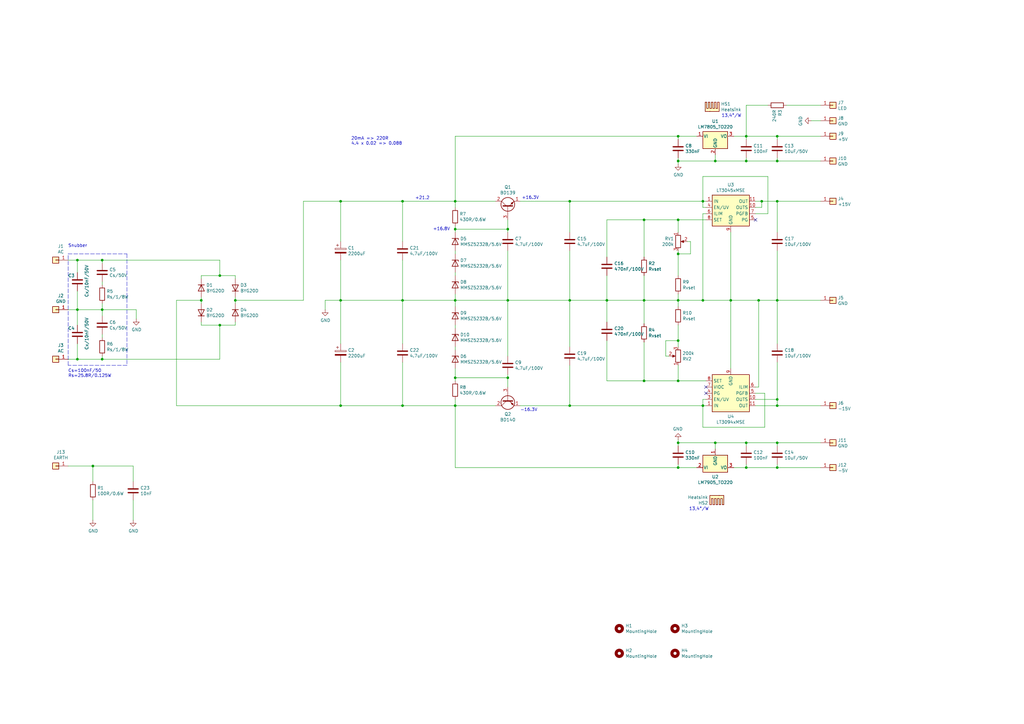
<source format=kicad_sch>
(kicad_sch (version 20250114) (generator "eeschema") (generator_version "9.0")
  (paper "A3")
  (title_block (title "Ultra Low Noise PSU") (date "2025-08-11") (rev "V5 Ceranic Capacitor"))
  (lib_symbols
    (symbol "Connector_Generic:Conn_01x01" (pin_names (offset 1.016) (hide yes))
      (property "Reference" "J" (at 0 2.54 0))
      (property "Value" "Conn_01x01" (at 0 -2.54 0))
      (symbol "Conn_01x01_1_1"
        (rectangle (start -1.27 1.27) (end 1.27 -1.27) (stroke (width 0.254)) (fill (type background)))
        (rectangle (start -1.27 0.127) (end 0 -0.127) (stroke (width 0.1524)))
        (pin passive line (at -5.08 0 0) (length 3.81) (name "Pin_1") (number "1"))
      )
    )
    (symbol "Device:C" (pin_numbers (hide yes)) (pin_names (offset 0.254))
      (property "Reference" "C" (at 0.635 2.54 0))
      (property "Value" "C" (at 0.635 -2.54 0))
      (symbol "C_0_1"
        (polyline (pts (xy -2.032 0.762) (xy 2.032 0.762)) (stroke (width 0.508)))
        (polyline (pts (xy -2.032 -0.762) (xy 2.032 -0.762)) (stroke (width 0.508)))
      )
      (symbol "C_1_1"
        (pin passive line (at 0 3.81 270) (length 2.794) (name "~") (number "1"))
        (pin passive line (at 0 -3.81 90) (length 2.794) (name "~") (number "2"))
      )
    )
    (symbol "Device:C_Polarized" (pin_numbers (hide yes)) (pin_names (offset 0.254))
      (property "Reference" "C" (at 0.635 2.54 0))
      (property "Value" "C_Polarized" (at 0.635 -2.54 0))
      (symbol "C_Polarized_0_1"
        (rectangle (start -2.286 0.508) (end 2.286 1.016))
        (polyline (pts (xy -1.778 2.286) (xy -0.762 2.286)))
        (polyline (pts (xy -1.27 2.794) (xy -1.27 1.778)))
        (rectangle (start 2.286 -0.508) (end -2.286 -1.016) (fill (type outline)))
      )
      (symbol "C_Polarized_1_1"
        (pin passive line (at 0 3.81 270) (length 2.794) (name "~") (number "1"))
        (pin passive line (at 0 -3.81 90) (length 2.794) (name "~") (number "2"))
      )
    )
    (symbol "Device:D" (pin_numbers (hide yes)) (pin_names (offset 1.016) (hide yes))
      (property "Reference" "D" (at 0 2.54 0))
      (property "Value" "D" (at 0 -2.54 0))
      (symbol "D_0_1"
        (polyline (pts (xy -1.27 1.27) (xy -1.27 -1.27)) (stroke (width 0.254)))
        (polyline (pts (xy 1.27 1.27) (xy 1.27 -1.27) (xy -1.27 0) (xy 1.27 1.27)) (stroke (width 0.254)))
        (polyline (pts (xy 1.27 0) (xy -1.27 0)))
      )
      (symbol "D_1_1"
        (pin passive line (at -3.81 0 0) (length 2.54) (name "K") (number "1"))
        (pin passive line (at 3.81 0 180) (length 2.54) (name "A") (number "2"))
      )
    )
    (symbol "Device:R" (pin_numbers (hide yes)) (pin_names (offset 0))
      (property "Reference" "R" (at 2.032 0 90))
      (property "Value" "R" (at 0 0 90))
      (symbol "R_0_1"
        (rectangle (start -1.016 -2.54) (end 1.016 2.54) (stroke (width 0.254)))
      )
      (symbol "R_1_1"
        (pin passive line (at 0 3.81 270) (length 1.27) (name "~") (number "1"))
        (pin passive line (at 0 -3.81 90) (length 1.27) (name "~") (number "2"))
      )
    )
    (symbol "Device:R_Potentiometer" (pin_names (offset 1.016) (hide yes))
      (property "Reference" "RV" (at -4.445 0 90))
      (property "Value" "R_Potentiometer" (at -2.54 0 90))
      (symbol "R_Potentiometer_0_1"
        (rectangle (start 1.016 2.54) (end -1.016 -2.54) (stroke (width 0.254)))
        (polyline (pts (xy 1.143 0) (xy 2.286 0.508) (xy 2.286 -0.508) (xy 1.143 0)) (fill (type outline)))
        (polyline (pts (xy 2.54 0) (xy 1.524 0)))
      )
      (symbol "R_Potentiometer_1_1"
        (pin passive line (at 0 3.81 270) (length 1.27) (name "1") (number "1"))
        (pin passive line (at 0 -3.81 90) (length 1.27) (name "3") (number "3"))
        (pin passive line (at 3.81 0 180) (length 1.27) (name "2") (number "2"))
      )
    )
    (symbol "Diode:Z1SMAxxx" (pin_numbers (hide yes)) (pin_names (hide yes))
      (property "Reference" "D" (at 0 2.54 0))
      (property "Value" "Z1SMAxxx" (at 0 -2.54 0))
      (symbol "Z1SMAxxx_0_1"
        (polyline (pts (xy -1.27 -1.27) (xy -1.27 1.27) (xy -0.762 1.27)) (stroke (width 0.254)))
        (polyline (pts (xy 1.27 0) (xy -1.27 0)))
        (polyline (pts (xy 1.27 -1.27) (xy 1.27 1.27) (xy -1.27 0) (xy 1.27 -1.27)) (stroke (width 0.254)))
      )
      (symbol "Z1SMAxxx_1_1"
        (pin passive line (at -3.81 0 0) (length 2.54) (name "K") (number "1"))
        (pin passive line (at 3.81 0 180) (length 2.54) (name "A") (number "2"))
      )
    )
    (symbol "Mechanical:Heatsink" (pin_names (offset 1.016))
      (property "Reference" "HS" (at 0 5.08 0))
      (property "Value" "Heatsink" (at 0 -1.27 0))
      (symbol "Heatsink_0_1"
        (polyline (pts (xy -0.3302 1.27) (xy -0.9652 1.27) (xy -0.9652 3.81) (xy -1.6002 3.81) (xy -1.6002 1.27) (xy -2.2352 1.27) (xy -2.2352 3.81) (xy -2.8702 3.81) (xy -2.8702 0) (xy -0.9652 0)) (stroke (width 0.254)) (fill (type background)))
        (polyline (pts (xy -0.3302 1.27) (xy -0.3302 3.81) (xy 0.3048 3.81) (xy 0.3048 1.27) (xy 0.9398 1.27) (xy 0.9398 3.81) (xy 1.5748 3.81) (xy 1.5748 1.27) (xy 2.2098 1.27) (xy 2.2098 3.81) (xy 2.8448 3.81) (xy 2.8448 0) (xy -0.9652 0)) (stroke (width 0.254)) (fill (type background)))
      )
    )
    (symbol "Mechanical:MountingHole" (pin_names (offset 1.016)) (in_bom no)
      (property "Reference" "H" (at 0 5.08 0))
      (property "Value" "MountingHole" (at 0 3.175 0))
      (symbol "MountingHole_0_1"
        (circle (center 0 0) (radius 1.27) (stroke (width 1.27)))
      )
    )
    (symbol "Regulator_Linear:LM7805_TO220" (pin_names (offset 0.254))
      (property "Reference" "U" (at -3.81 3.175 0))
      (property "Value" "LM7805_TO220" (at 0 3.175 0))
      (symbol "LM7805_TO220_0_1"
        (rectangle (start -5.08 1.905) (end 5.08 -5.08) (stroke (width 0.254)) (fill (type background)))
      )
      (symbol "LM7805_TO220_1_1"
        (pin power_in line (at -7.62 0 0) (length 2.54) (name "VI") (number "1"))
        (pin power_in line (at 0 -7.62 90) (length 2.54) (name "GND") (number "2"))
        (pin power_out line (at 7.62 0 180) (length 2.54) (name "VO") (number "3"))
      )
    )
    (symbol "Regulator_Linear:LM7905_TO220" (pin_names (offset 0.254))
      (property "Reference" "U" (at -3.81 -3.175 0))
      (property "Value" "LM7905_TO220" (at 0 -3.175 0))
      (symbol "LM7905_TO220_0_1"
        (rectangle (start -5.08 5.08) (end 5.08 -1.905) (stroke (width 0.254)) (fill (type background)))
      )
      (symbol "LM7905_TO220_1_1"
        (pin power_in line (at -7.62 0 0) (length 2.54) (name "VI") (number "2"))
        (pin power_in line (at 0 7.62 270) (length 2.54) (name "GND") (number "1"))
        (pin power_out line (at 7.62 0 180) (length 2.54) (name "VO") (number "3"))
      )
    )
    (symbol "Regulator_Linear:LT3045xMSE"
      (property "Reference" "U" (at -6.35 6.35 0))
      (property "Value" "LT3045xMSE" (at 1.27 6.35 0))
      (symbol "LT3045xMSE_0_1"
        (rectangle (start -7.62 5.08) (end 7.62 -7.62) (stroke (width 0.254)) (fill (type background)))
      )
      (symbol "LT3045xMSE_1_1"
        (pin power_in line (at -10.16 2.54 0) (length 2.54) (name "IN") (number "1"))
        (pin passive line (at -10.16 2.54 0) (length 2.54) (hide yes) (name "IN") (number "2"))
        (pin passive line (at -10.16 2.54 0) (length 2.54) (hide yes) (name "IN") (number "3"))
        (pin input line (at -10.16 0 0) (length 2.54) (name "EN/UV") (number "4"))
        (pin passive line (at -10.16 -2.54 0) (length 2.54) (name "ILIM") (number "6"))
        (pin passive line (at -10.16 -5.08 0) (length 2.54) (name "SET") (number "8"))
        (pin passive line (at 0 -10.16 90) (length 2.54) (hide yes) (name "GND") (number "13"))
        (pin power_in line (at 0 -10.16 90) (length 2.54) (name "GND") (number "9"))
        (pin power_out line (at 10.16 2.54 180) (length 2.54) (name "OUT") (number "11"))
        (pin passive line (at 10.16 2.54 180) (length 2.54) (hide yes) (name "OUT") (number "12"))
        (pin input line (at 10.16 0 180) (length 2.54) (name "OUTS") (number "10"))
        (pin input line (at 10.16 -2.54 180) (length 2.54) (name "PGFB") (number "7"))
        (pin open_collector line (at 10.16 -5.08 180) (length 2.54) (name "PG") (number "5"))
      )
    )
    (symbol "Regulator_Linear:LT3094xMSE"
      (property "Reference" "U" (at -6.35 8.89 0))
      (property "Value" "LT3094xMSE" (at 1.27 8.89 0))
      (symbol "LT3094xMSE_0_0"
        (pin passive line (at -10.16 5.08 0) (length 2.54) (hide yes) (name "IN") (number "13"))
        (pin passive line (at 10.16 5.08 180) (length 2.54) (hide yes) (name "OUT") (number "12"))
      )
      (symbol "LT3094xMSE_0_1"
        (rectangle (start 7.62 7.62) (end -7.62 -7.62) (stroke (width 0.254)) (fill (type background)))
      )
      (symbol "LT3094xMSE_1_1"
        (pin power_in line (at -10.16 5.08 0) (length 2.54) (name "IN") (number "1"))
        (pin passive line (at -10.16 5.08 0) (length 2.54) (hide yes) (name "IN") (number "2"))
        (pin input line (at -10.16 2.54 0) (length 2.54) (name "EN/UV") (number "3"))
        (pin open_collector line (at -10.16 0 0) (length 2.54) (name "PG") (number "4"))
        (pin passive line (at -10.16 -2.54 0) (length 2.54) (name "VIOC") (number "7"))
        (pin passive line (at -10.16 -5.08 0) (length 2.54) (name "SET") (number "8"))
        (pin power_in line (at 0 -10.16 90) (length 2.54) (name "GND") (number "9"))
        (pin power_out line (at 10.16 5.08 180) (length 2.54) (name "OUT") (number "11"))
        (pin input line (at 10.16 2.54 180) (length 2.54) (name "OUTS") (number "10"))
        (pin input line (at 10.16 0 180) (length 2.54) (name "PGFB") (number "5"))
        (pin passive line (at 10.16 -2.54 180) (length 2.54) (name "ILIM") (number "6"))
      )
    )
    (symbol "Transistor_BJT:BD139" (pin_names (offset 0) (hide yes))
      (property "Reference" "Q" (at 5.08 1.905 0))
      (property "Value" "BD139" (at 5.08 0 0))
      (symbol "BD139_0_1"
        (polyline (pts (xy -2.54 0) (xy 0.635 0)))
        (polyline (pts (xy 0.635 1.905) (xy 0.635 -1.905)) (stroke (width 0.508)))
        (circle (center 1.27 0) (radius 2.8194) (stroke (width 0.254)))
      )
      (symbol "BD139_1_1"
        (polyline (pts (xy 0.635 0.635) (xy 2.54 2.54)))
        (polyline (pts (xy 0.635 -0.635) (xy 2.54 -2.54)))
        (polyline (pts (xy 1.27 -1.778) (xy 1.778 -1.27) (xy 2.286 -2.286) (xy 1.27 -1.778)) (fill (type outline)))
        (pin input line (at -5.08 0 0) (length 2.54) (name "B") (number "3"))
        (pin passive line (at 2.54 5.08 270) (length 2.54) (name "C") (number "2"))
        (pin passive line (at 2.54 -5.08 90) (length 2.54) (name "E") (number "1"))
      )
    )
    (symbol "Transistor_BJT:BD140" (pin_names (offset 0) (hide yes))
      (property "Reference" "Q" (at 5.08 1.905 0))
      (property "Value" "BD140" (at 5.08 0 0))
      (symbol "BD140_0_1"
        (polyline (pts (xy -2.54 0) (xy 0.635 0)))
        (polyline (pts (xy 0.635 1.905) (xy 0.635 -1.905)) (stroke (width 0.508)))
        (polyline (pts (xy 0.635 0.635) (xy 2.54 2.54)))
        (polyline (pts (xy 0.635 -0.635) (xy 2.54 -2.54)))
        (circle (center 1.27 0) (radius 2.8194) (stroke (width 0.254)))
        (polyline (pts (xy 2.286 -1.778) (xy 1.778 -2.286) (xy 1.27 -1.27) (xy 2.286 -1.778)) (fill (type outline)))
      )
      (symbol "BD140_1_1"
        (pin input line (at -5.08 0 0) (length 2.54) (name "B") (number "3"))
        (pin passive line (at 2.54 5.08 270) (length 2.54) (name "C") (number "2"))
        (pin passive line (at 2.54 -5.08 90) (length 2.54) (name "E") (number "1"))
      )
    )
    (symbol "power:GND" (power) (pin_numbers (hide yes)) (pin_names (offset 0) (hide yes))
      (property "Value" "GND" (at 0 -3.81 0))
      (symbol "GND_0_1"
        (polyline (pts (xy 0 0) (xy 0 -1.27) (xy 1.27 -1.27) (xy 0 -2.54) (xy -1.27 -1.27) (xy 0 -1.27)))
      )
      (symbol "GND_1_1"
        (pin power_in line (at 0 0 270) (length 0) (name "~") (number "1"))
      )
    )
  )
  (text "+16.3V" (at 213.995 81.915 0) (effects (font (size 1.27 1.27)) (justify left bottom)))
  (text "13,4°/W" (at 282.575 209.55 0) (effects (font (size 1.27 1.27)) (justify left bottom)))
  (text "+21.2" (at 173.228 81.28 0) (effects (font (size 1.27 1.27))))
  (text "Snubber" (at 27.94 101.6 0) (effects (font (size 1.27 1.27)) (justify left bottom)))
  (text "Cs=100nF/50\nRs=25.8R/0.125W" (at 27.94 154.94 0) (effects (font (size 1.27 1.27)) (justify left bottom)))
  (text "-16.3V" (at 213.36 168.91 0) (effects (font (size 1.27 1.27)) (justify left bottom)))
  (text "+16.8V" (at 177.546 94.742 0) (effects (font (size 1.27 1.27)) (justify left bottom)))
  (text "13,4°/W" (at 295.91 48.26 0) (effects (font (size 1.27 1.27)) (justify left bottom)))
  (text "20mA => 220R\n4.4 x 0.02 => 0.088" (at 144.018 57.912 0) (effects (font (size 1.27 1.27)) (justify left)))
  (junction (at 248.92 123.19))
  (junction (at 165.1 166.37))
  (junction (at 306.07 191.77))
  (junction (at 306.07 55.88))
  (junction (at 41.91 147.32))
  (junction (at 318.77 181.61))
  (junction (at 278.13 191.77))
  (junction (at 41.91 127))
  (junction (at 186.69 123.19))
  (junction (at 299.72 123.19))
  (junction (at 90.17 133.35))
  (junction (at 233.68 82.55))
  (junction (at 318.77 166.37))
  (junction (at 288.29 166.37))
  (junction (at 311.15 123.19))
  (junction (at 293.37 66.04))
  (junction (at 318.77 123.19))
  (junction (at 312.42 82.55))
  (junction (at 306.07 181.61))
  (junction (at 139.7 123.19))
  (junction (at 165.1 82.55))
  (junction (at 318.77 82.55))
  (junction (at 278.13 181.61))
  (junction (at 82.55 123.19))
  (junction (at 139.7 82.55))
  (junction (at 318.77 163.83))
  (junction (at 139.7 166.37))
  (junction (at 31.75 127))
  (junction (at 208.28 154.94))
  (junction (at 278.13 55.88))
  (junction (at 31.75 106.68))
  (junction (at 318.77 191.77))
  (junction (at 318.77 66.04))
  (junction (at 264.16 156.21))
  (junction (at 31.75 147.32))
  (junction (at 278.13 123.19))
  (junction (at 233.68 166.37))
  (junction (at 264.16 123.19))
  (junction (at 306.07 66.04))
  (junction (at 264.16 90.17))
  (junction (at 288.29 82.55))
  (junction (at 288.29 123.19))
  (junction (at 186.69 166.37))
  (junction (at 38.1 191.135))
  (junction (at 278.13 66.04))
  (junction (at 318.77 55.88))
  (junction (at 41.91 106.68))
  (junction (at 233.68 123.19))
  (junction (at 96.52 123.19))
  (junction (at 293.37 181.61))
  (junction (at 165.1 123.19))
  (junction (at 278.13 90.17))
  (junction (at 90.17 113.03))
  (junction (at 278.13 104.14))
  (junction (at 186.69 82.55))
  (junction (at 186.69 93.98))
  (junction (at 208.28 123.19))
  (junction (at 208.28 93.98))
  (junction (at 278.13 156.21))
  (junction (at 186.69 154.94))
  (junction (at 278.13 139.7))
  (no_connect (at 289.56 158.75))
  (no_connect (at 309.88 90.17))
  (no_connect (at 289.56 161.29))
  (wire (pts (xy 314.96 87.63) (xy 314.96 72.39)))
  (wire (pts (xy 203.2 82.55) (xy 186.69 82.55)))
  (wire (pts (xy 186.69 93.98) (xy 208.28 93.98)))
  (wire (pts (xy 274.32 146.05) (xy 273.05 146.05)))
  (wire (pts (xy 208.28 123.19) (xy 208.28 146.05)))
  (wire (pts (xy 318.77 66.04) (xy 336.55 66.04)))
  (wire (pts (xy 186.69 123.19) (xy 208.28 123.19)))
  (wire (pts (xy 248.92 105.41) (xy 248.92 90.17)))
  (wire (pts (xy 165.1 106.68) (xy 165.1 123.19)))
  (wire (pts (xy 306.07 181.61) (xy 293.37 181.61)))
  (wire (pts (xy 233.68 82.55) (xy 233.68 95.25)))
  (wire (pts (xy 312.42 85.09) (xy 312.42 82.55)))
  (wire (pts (xy 54.61 205.105) (xy 54.61 213.36)))
  (wire (pts (xy 318.77 66.04) (xy 306.07 66.04)))
  (wire (pts (xy 278.13 149.86) (xy 278.13 156.21)))
  (wire (pts (xy 208.28 154.94) (xy 208.28 158.75)))
  (wire (pts (xy 186.69 104.14) (xy 186.69 102.87)))
  (wire (pts (xy 278.13 67.31) (xy 278.13 66.04)))
  (wire (pts (xy 278.13 90.17) (xy 289.56 90.17)))
  (wire (pts (xy 27.94 127) (xy 31.75 127)))
  (wire (pts (xy 186.69 82.55) (xy 165.1 82.55)))
  (wire (pts (xy 278.13 191.77) (xy 186.69 191.77)))
  (wire (pts (xy 318.77 123.19) (xy 336.55 123.19)))
  (wire (pts (xy 96.52 121.92) (xy 96.52 123.19)))
  (wire (pts (xy 186.69 154.94) (xy 208.28 154.94)))
  (wire (pts (xy 31.75 147.32) (xy 41.91 147.32)))
  (wire (pts (xy 186.69 191.77) (xy 186.69 166.37)))
  (wire (pts (xy 248.92 123.19) (xy 264.16 123.19)))
  (wire (pts (xy 306.07 181.61) (xy 318.77 181.61)))
  (wire (pts (xy 288.29 175.26) (xy 288.29 166.37)))
  (wire (pts (xy 311.15 123.19) (xy 318.77 123.19)))
  (wire (pts (xy 186.69 55.88) (xy 278.13 55.88)))
  (wire (pts (xy 82.55 113.03) (xy 82.55 114.3)))
  (wire (pts (xy 299.72 123.19) (xy 311.15 123.19)))
  (wire (pts (xy 264.16 140.335) (xy 264.16 156.21)))
  (wire (pts (xy 278.13 123.19) (xy 278.13 125.73)))
  (wire (pts (xy 289.56 163.83) (xy 288.29 163.83)))
  (wire (pts (xy 41.91 127) (xy 55.88 127)))
  (wire (pts (xy 288.29 163.83) (xy 288.29 166.37)))
  (wire (pts (xy 318.77 182.88) (xy 318.77 181.61)))
  (wire (pts (xy 96.52 114.3) (xy 96.52 113.03)))
  (wire (pts (xy 306.07 66.04) (xy 306.07 64.77)))
  (wire (pts (xy 309.88 166.37) (xy 318.77 166.37)))
  (wire (pts (xy 318.77 57.15) (xy 318.77 55.88)))
  (wire (pts (xy 278.13 120.65) (xy 278.13 123.19)))
  (wire (pts (xy 72.39 166.37) (xy 139.7 166.37)))
  (wire (pts (xy 248.92 90.17) (xy 264.16 90.17)))
  (wire (pts (xy 278.13 57.15) (xy 278.13 55.88)))
  (wire (pts (xy 278.13 133.35) (xy 278.13 139.7)))
  (wire (pts (xy 41.91 129.54) (xy 41.91 127)))
  (wire (pts (xy 233.68 123.19) (xy 248.92 123.19)))
  (wire (pts (xy 208.28 153.67) (xy 208.28 154.94)))
  (wire (pts (xy 90.17 106.68) (xy 90.17 113.03)))
  (wire (pts (xy 336.55 43.18) (xy 322.58 43.18)))
  (wire (pts (xy 318.77 82.55) (xy 318.77 95.25)))
  (wire (pts (xy 314.96 43.18) (xy 306.07 43.18)))
  (wire (pts (xy 31.75 111.76) (xy 31.75 106.68)))
  (wire (pts (xy 72.39 123.19) (xy 82.55 123.19)))
  (wire (pts (xy 233.68 142.24) (xy 233.68 123.19)))
  (wire (pts (xy 288.29 123.19) (xy 299.72 123.19)))
  (wire (pts (xy 293.37 181.61) (xy 278.13 181.61)))
  (wire (pts (xy 208.28 123.19) (xy 233.68 123.19)))
  (wire (pts (xy 82.55 123.19) (xy 82.55 124.46)))
  (wire (pts (xy 233.68 166.37) (xy 213.36 166.37)))
  (wire (pts (xy 278.13 55.88) (xy 285.75 55.88)))
  (wire (pts (xy 288.29 87.63) (xy 288.29 123.19)))
  (wire (pts (xy 264.16 90.17) (xy 264.16 105.41)))
  (wire (pts (xy 288.29 82.55) (xy 289.56 82.55)))
  (wire (pts (xy 31.75 127) (xy 41.91 127)))
  (wire (pts (xy 293.37 66.04) (xy 306.07 66.04)))
  (wire (pts (xy 278.13 156.21) (xy 289.56 156.21)))
  (wire (pts (xy 306.07 55.88) (xy 318.77 55.88)))
  (wire (pts (xy 186.69 166.37) (xy 186.69 163.83)))
  (wire (pts (xy 278.13 191.77) (xy 278.13 190.5)))
  (wire (pts (xy 213.36 82.55) (xy 233.68 82.55)))
  (wire (pts (xy 124.46 82.55) (xy 139.7 82.55)))
  (wire (pts (xy 283.21 99.06) (xy 283.21 104.14)))
  (wire (pts (xy 96.52 113.03) (xy 90.17 113.03)))
  (wire (pts (xy 293.37 66.04) (xy 293.37 63.5)))
  (polyline (pts (xy 52.07 149.86) (xy 27.94 149.86)) (stroke (width 0) (type dash)))
  (wire (pts (xy 281.94 99.06) (xy 283.21 99.06)))
  (wire (pts (xy 289.56 87.63) (xy 288.29 87.63)))
  (polyline (pts (xy 27.94 104.14) (xy 52.07 104.14)) (stroke (width 0) (type dash)))
  (wire (pts (xy 186.69 125.73) (xy 186.69 123.19)))
  (wire (pts (xy 139.7 166.37) (xy 165.1 166.37)))
  (wire (pts (xy 313.69 175.26) (xy 288.29 175.26)))
  (wire (pts (xy 248.92 156.21) (xy 264.16 156.21)))
  (wire (pts (xy 248.92 113.03) (xy 248.92 123.19)))
  (wire (pts (xy 299.72 151.13) (xy 299.72 123.19)))
  (wire (pts (xy 38.1 197.485) (xy 38.1 191.135)))
  (wire (pts (xy 278.13 66.04) (xy 278.13 64.77)))
  (wire (pts (xy 139.7 82.55) (xy 165.1 82.55)))
  (wire (pts (xy 165.1 123.19) (xy 186.69 123.19)))
  (polyline (pts (xy 27.94 149.86) (xy 27.94 104.14)) (stroke (width 0) (type dash)))
  (wire (pts (xy 186.69 156.21) (xy 186.69 154.94)))
  (wire (pts (xy 186.69 95.25) (xy 186.69 93.98)))
  (wire (pts (xy 278.13 90.17) (xy 278.13 95.25)))
  (wire (pts (xy 318.77 148.59) (xy 318.77 163.83)))
  (wire (pts (xy 186.69 82.55) (xy 186.69 85.09)))
  (wire (pts (xy 186.69 82.55) (xy 186.69 55.88)))
  (wire (pts (xy 264.16 123.19) (xy 278.13 123.19)))
  (wire (pts (xy 288.29 85.09) (xy 288.29 82.55)))
  (wire (pts (xy 82.55 133.35) (xy 90.17 133.35)))
  (wire (pts (xy 139.7 140.97) (xy 139.7 123.19)))
  (wire (pts (xy 312.42 82.55) (xy 318.77 82.55)))
  (wire (pts (xy 41.91 138.43) (xy 41.91 137.16)))
  (wire (pts (xy 264.16 90.17) (xy 278.13 90.17)))
  (wire (pts (xy 55.88 130.81) (xy 55.88 127)))
  (wire (pts (xy 288.29 166.37) (xy 289.56 166.37)))
  (wire (pts (xy 318.77 66.04) (xy 318.77 64.77)))
  (wire (pts (xy 72.39 123.19) (xy 72.39 166.37)))
  (wire (pts (xy 336.55 49.53) (xy 332.74 49.53)))
  (wire (pts (xy 318.77 102.87) (xy 318.77 123.19)))
  (wire (pts (xy 38.1 205.105) (xy 38.1 213.36)))
  (wire (pts (xy 306.07 55.88) (xy 306.07 43.18)))
  (wire (pts (xy 288.29 72.39) (xy 288.29 82.55)))
  (wire (pts (xy 278.13 182.88) (xy 278.13 181.61)))
  (wire (pts (xy 336.55 82.55) (xy 318.77 82.55)))
  (polyline (pts (xy 52.07 104.14) (xy 52.07 149.86)) (stroke (width 0) (type dash)))
  (wire (pts (xy 41.91 107.95) (xy 41.91 106.68)))
  (wire (pts (xy 82.55 121.92) (xy 82.55 123.19)))
  (wire (pts (xy 41.91 106.68) (xy 90.17 106.68)))
  (wire (pts (xy 31.75 133.35) (xy 31.75 127)))
  (wire (pts (xy 306.07 191.77) (xy 306.07 190.5)))
  (wire (pts (xy 208.28 93.98) (xy 208.28 95.25)))
  (wire (pts (xy 38.1 191.135) (xy 27.94 191.135)))
  (wire (pts (xy 31.75 106.68) (xy 27.94 106.68)))
  (wire (pts (xy 233.68 102.87) (xy 233.68 123.19)))
  (wire (pts (xy 306.07 182.88) (xy 306.07 181.61)))
  (wire (pts (xy 208.28 93.98) (xy 208.28 90.17)))
  (wire (pts (xy 186.69 154.94) (xy 186.69 151.13)))
  (wire (pts (xy 82.55 132.08) (xy 82.55 133.35)))
  (wire (pts (xy 203.2 166.37) (xy 186.69 166.37)))
  (wire (pts (xy 139.7 123.19) (xy 165.1 123.19)))
  (wire (pts (xy 318.77 191.77) (xy 306.07 191.77)))
  (wire (pts (xy 54.61 197.485) (xy 54.61 191.135)))
  (wire (pts (xy 208.28 102.87) (xy 208.28 123.19)))
  (wire (pts (xy 96.52 133.35) (xy 96.52 132.08)))
  (wire (pts (xy 90.17 113.03) (xy 82.55 113.03)))
  (wire (pts (xy 278.13 123.19) (xy 288.29 123.19)))
  (wire (pts (xy 309.88 82.55) (xy 312.42 82.55)))
  (wire (pts (xy 96.52 123.19) (xy 124.46 123.19)))
  (wire (pts (xy 309.88 158.75) (xy 311.15 158.75)))
  (wire (pts (xy 309.88 85.09) (xy 312.42 85.09)))
  (wire (pts (xy 289.56 85.09) (xy 288.29 85.09)))
  (wire (pts (xy 278.13 102.87) (xy 278.13 104.14)))
  (wire (pts (xy 264.16 132.715) (xy 264.16 123.19)))
  (wire (pts (xy 139.7 99.06) (xy 139.7 82.55)))
  (wire (pts (xy 133.35 127) (xy 133.35 123.19)))
  (wire (pts (xy 300.99 55.88) (xy 306.07 55.88)))
  (wire (pts (xy 41.91 106.68) (xy 31.75 106.68)))
  (wire (pts (xy 283.21 104.14) (xy 278.13 104.14)))
  (wire (pts (xy 309.88 161.29) (xy 313.69 161.29)))
  (wire (pts (xy 186.69 143.51) (xy 186.69 142.24)))
  (wire (pts (xy 248.92 132.08) (xy 248.92 123.19)))
  (wire (pts (xy 318.77 55.88) (xy 336.55 55.88)))
  (wire (pts (xy 90.17 133.35) (xy 90.17 147.32)))
  (wire (pts (xy 264.16 156.21) (xy 278.13 156.21)))
  (wire (pts (xy 233.68 166.37) (xy 288.29 166.37)))
  (wire (pts (xy 41.91 147.32) (xy 90.17 147.32)))
  (wire (pts (xy 31.75 140.97) (xy 31.75 147.32)))
  (wire (pts (xy 318.77 163.83) (xy 318.77 166.37)))
  (wire (pts (xy 278.13 181.61) (xy 278.13 180.34)))
  (wire (pts (xy 293.37 181.61) (xy 293.37 184.15)))
  (wire (pts (xy 54.61 191.135) (xy 38.1 191.135)))
  (wire (pts (xy 273.05 146.05) (xy 273.05 139.7)))
  (wire (pts (xy 309.88 163.83) (xy 318.77 163.83)))
  (wire (pts (xy 313.69 161.29) (xy 313.69 175.26)))
  (wire (pts (xy 318.77 191.77) (xy 336.55 191.77)))
  (wire (pts (xy 186.69 166.37) (xy 165.1 166.37)))
  (wire (pts (xy 278.13 142.24) (xy 278.13 139.7)))
  (wire (pts (xy 133.35 123.19) (xy 139.7 123.19)))
  (wire (pts (xy 186.69 113.03) (xy 186.69 111.76)))
  (wire (pts (xy 318.77 166.37) (xy 336.55 166.37)))
  (wire (pts (xy 264.16 113.03) (xy 264.16 123.19)))
  (wire (pts (xy 273.05 139.7) (xy 278.13 139.7)))
  (wire (pts (xy 233.68 149.86) (xy 233.68 166.37)))
  (wire (pts (xy 278.13 104.14) (xy 278.13 113.03)))
  (wire (pts (xy 318.77 191.77) (xy 318.77 190.5)))
  (wire (pts (xy 233.68 82.55) (xy 288.29 82.55)))
  (wire (pts (xy 41.91 147.32) (xy 41.91 146.05)))
  (wire (pts (xy 299.72 95.25) (xy 299.72 123.19)))
  (wire (pts (xy 186.69 134.62) (xy 186.69 133.35)))
  (wire (pts (xy 165.1 148.59) (xy 165.1 166.37)))
  (wire (pts (xy 186.69 93.98) (xy 186.69 92.71)))
  (wire (pts (xy 311.15 158.75) (xy 311.15 123.19)))
  (wire (pts (xy 309.88 87.63) (xy 314.96 87.63)))
  (wire (pts (xy 165.1 99.06) (xy 165.1 82.55)))
  (wire (pts (xy 41.91 116.84) (xy 41.91 115.57)))
  (wire (pts (xy 293.37 66.04) (xy 278.13 66.04)))
  (wire (pts (xy 90.17 133.35) (xy 96.52 133.35)))
  (wire (pts (xy 318.77 140.97) (xy 318.77 123.19)))
  (wire (pts (xy 306.07 57.15) (xy 306.07 55.88)))
  (wire (pts (xy 248.92 139.7) (xy 248.92 156.21)))
  (wire (pts (xy 41.91 127) (xy 41.91 124.46)))
  (wire (pts (xy 285.75 191.77) (xy 278.13 191.77)))
  (wire (pts (xy 31.75 119.38) (xy 31.75 127)))
  (wire (pts (xy 314.96 72.39) (xy 288.29 72.39)))
  (wire (pts (xy 124.46 123.19) (xy 124.46 82.55)))
  (wire (pts (xy 300.99 191.77) (xy 306.07 191.77)))
  (wire (pts (xy 165.1 140.97) (xy 165.1 123.19)))
  (wire (pts (xy 139.7 106.68) (xy 139.7 123.19)))
  (wire (pts (xy 139.7 148.59) (xy 139.7 166.37)))
  (wire (pts (xy 96.52 123.19) (xy 96.52 124.46)))
  (wire (pts (xy 318.77 181.61) (xy 336.55 181.61)))
  (wire (pts (xy 27.94 147.32) (xy 31.75 147.32)))
  (wire (pts (xy 186.69 120.65) (xy 186.69 123.19)))
  (symbol (lib_id "Connector_Generic:Conn_01x01") (at 22.86 127 180) (unit 1)
    (property "Reference" "J2" (at 24.9428 121.285 0))
    (property "Value" "GND" (at 24.9428 123.5964 0))
    (property "Footprint" "Connector_Pin:Pin_D1.3mm_L11.0mm" (effects (hide yes)))
    (property "Description" "Generic connector, single row, 01x01, script generated (kicad-library-utils/schlib/autogen/connector/)" (effects (hide yes)))
  )
  (symbol (lib_id "Device:R_Potentiometer") (at 278.13 99.06 0) (unit 1)
    (property "Reference" "RV1" (at 276.3774 97.8916 0) (effects (justify right)))
    (property "Value" "200k" (at 276.3774 100.203 0) (effects (justify right)))
    (property "Footprint" "Potentiometer_THT:Potentiometer_Bourns_3296W_Vertical" (effects (hide yes)))
    (property "Description" "Potentiometer" (effects (hide yes)))
  )
  (symbol (lib_id "Mechanical:MountingHole") (at 254 257.81 0) (unit 1) (in_bom no)
    (property "Reference" "H1" (at 256.54 256.6416 0) (effects (justify left)))
    (property "Value" "MountingHole" (at 256.54 258.953 0) (effects (justify left)))
    (property "Footprint" "MountingHole:MountingHole_3.2mm_M3" (effects (hide yes)))
    (property "Description" "Mounting Hole without connection" (effects (hide yes)))
  )
  (symbol (lib_id "Mechanical:MountingHole") (at 276.86 257.81 0) (unit 1) (in_bom no)
    (property "Reference" "H3" (at 279.4 256.6416 0) (effects (justify left)))
    (property "Value" "MountingHole" (at 279.4 258.953 0) (effects (justify left)))
    (property "Footprint" "MountingHole:MountingHole_3.2mm_M3" (effects (hide yes)))
    (property "Description" "Mounting Hole without connection" (effects (hide yes)))
  )
  (symbol (lib_id "Mechanical:MountingHole") (at 254 267.97 0) (unit 1) (in_bom no)
    (property "Reference" "H2" (at 256.54 266.8016 0) (effects (justify left)))
    (property "Value" "MountingHole" (at 256.54 269.113 0) (effects (justify left)))
    (property "Footprint" "MountingHole:MountingHole_3.2mm_M3" (effects (hide yes)))
    (property "Description" "Mounting Hole without connection" (effects (hide yes)))
  )
  (symbol (lib_id "Mechanical:MountingHole") (at 276.86 267.97 0) (unit 1) (in_bom no)
    (property "Reference" "H4" (at 279.4 266.8016 0) (effects (justify left)))
    (property "Value" "MountingHole" (at 279.4 269.113 0) (effects (justify left)))
    (property "Footprint" "MountingHole:MountingHole_3.2mm_M3" (effects (hide yes)))
    (property "Description" "Mounting Hole without connection" (effects (hide yes)))
  )
  (symbol (lib_id "Connector_Generic:Conn_01x01") (at 22.86 106.68 180) (unit 1)
    (property "Reference" "J1" (at 24.9428 100.965 0))
    (property "Value" "AC" (at 24.9428 103.2764 0))
    (property "Footprint" "Connector_Pin:Pin_D1.3mm_L11.0mm" (effects (hide yes)))
    (property "Description" "Generic connector, single row, 01x01, script generated (kicad-library-utils/schlib/autogen/connector/)" (effects (hide yes)))
  )
  (symbol (lib_id "Connector_Generic:Conn_01x01") (at 22.86 147.32 180) (unit 1)
    (property "Reference" "J3" (at 24.9428 141.605 0))
    (property "Value" "AC" (at 24.9428 143.9164 0))
    (property "Footprint" "Connector_Pin:Pin_D1.3mm_L11.0mm" (effects (hide yes)))
    (property "Description" "Generic connector, single row, 01x01, script generated (kicad-library-utils/schlib/autogen/connector/)" (effects (hide yes)))
  )
  (symbol (lib_id "Device:C_Polarized") (at 139.7 102.87 0) (unit 1)
    (property "Reference" "C1" (at 142.6972 101.7016 0) (effects (justify left)))
    (property "Value" "2200uF" (at 142.6972 104.013 0) (effects (justify left)))
    (property "Footprint" "Capacitor_THT:CP_Radial_D16.0mm_P7.50mm" (effects (hide yes)))
    (property "Description" "Polarized capacitor" (effects (hide yes)))
  )
  (symbol (lib_id "power:GND") (at 55.88 130.81 0) (unit 1)
    (property "Reference" "#PWR01" (effects (hide yes)))
    (property "Value" "GND" (at 56.007 135.2042 0))
    (property "Description" "Power symbol creates a global label with name \"GND\" , ground" (effects (hide yes)))
  )
  (symbol (lib_id "Connector_Generic:Conn_01x01") (at 341.63 123.19 0) (unit 1)
    (property "Reference" "J5" (at 343.662 122.1232 0) (effects (justify left)))
    (property "Value" "GND" (at 343.662 124.4346 0) (effects (justify left)))
    (property "Footprint" "Connector_Pin:Pin_D1.0mm_L10.0mm" (effects (hide yes)))
    (property "Description" "Generic connector, single row, 01x01, script generated (kicad-library-utils/schlib/autogen/connector/)" (effects (hide yes)))
  )
  (symbol (lib_id "Connector_Generic:Conn_01x01") (at 341.63 82.55 0) (unit 1)
    (property "Reference" "J4" (at 343.662 81.4832 0) (effects (justify left)))
    (property "Value" "+15V" (at 343.662 83.7946 0) (effects (justify left)))
    (property "Footprint" "Connector_Pin:Pin_D1.0mm_L10.0mm" (effects (hide yes)))
    (property "Description" "Generic connector, single row, 01x01, script generated (kicad-library-utils/schlib/autogen/connector/)" (effects (hide yes)))
  )
  (symbol (lib_id "Connector_Generic:Conn_01x01") (at 341.63 166.37 0) (unit 1)
    (property "Reference" "J6" (at 343.662 165.3032 0) (effects (justify left)))
    (property "Value" "-15V" (at 343.662 167.6146 0) (effects (justify left)))
    (property "Footprint" "Connector_Pin:Pin_D1.0mm_L10.0mm" (effects (hide yes)))
    (property "Description" "Generic connector, single row, 01x01, script generated (kicad-library-utils/schlib/autogen/connector/)" (effects (hide yes)))
  )
  (symbol (lib_id "power:GND") (at 133.35 127 0) (unit 1)
    (property "Reference" "#PWR02" (effects (hide yes)))
    (property "Value" "GND" (at 133.477 131.3942 0))
    (property "Description" "Power symbol creates a global label with name \"GND\" , ground" (effects (hide yes)))
  )
  (symbol (lib_id "Device:C_Polarized") (at 139.7 144.78 0) (unit 1)
    (property "Reference" "C2" (at 142.6972 143.6116 0) (effects (justify left)))
    (property "Value" "2200uF" (at 142.6972 145.923 0) (effects (justify left)))
    (property "Footprint" "Capacitor_THT:CP_Radial_D16.0mm_P7.50mm" (effects (hide yes)))
    (property "Description" "Polarized capacitor" (effects (hide yes)))
  )
  (symbol (lib_id "Device:R_Potentiometer") (at 278.13 146.05 180) (unit 1)
    (property "Reference" "RV2" (at 279.8826 147.2184 0) (effects (justify right)))
    (property "Value" "200k" (at 279.8826 144.907 0) (effects (justify right)))
    (property "Footprint" "Potentiometer_THT:Potentiometer_Bourns_3296W_Vertical" (effects (hide yes)))
    (property "Description" "Potentiometer" (effects (hide yes)))
  )
  (symbol (lib_id "Device:C") (at 278.13 60.96 0) (unit 1)
    (property "Reference" "C8" (at 281.051 59.7916 0) (effects (justify left)))
    (property "Value" "330nF" (at 281.051 62.103 0) (effects (justify left)))
    (property "Footprint" "Capacitor_SMD:C_0805_2012Metric_Pad1.18x1.45mm_HandSolder" (effects (hide yes)))
    (property "Description" "Unpolarized capacitor" (effects (hide yes)))
  )
  (symbol (lib_id "Device:C") (at 306.07 60.96 0) (unit 1)
    (property "Reference" "C11" (at 308.991 59.7916 0) (effects (justify left)))
    (property "Value" "100nF" (at 308.991 62.103 0) (effects (justify left)))
    (property "Footprint" "Capacitor_SMD:C_0805_2012Metric_Pad1.18x1.45mm_HandSolder" (effects (hide yes)))
    (property "Description" "Unpolarized capacitor" (effects (hide yes)))
  )
  (symbol (lib_id "power:GND") (at 278.13 67.31 0) (unit 1)
    (property "Reference" "#PWR03" (effects (hide yes)))
    (property "Value" "GND" (at 278.257 71.7042 0))
    (property "Description" "Power symbol creates a global label with name \"GND\" , ground" (effects (hide yes)))
  )
  (symbol (lib_id "Connector_Generic:Conn_01x01") (at 341.63 55.88 0) (unit 1)
    (property "Reference" "J9" (at 343.662 54.8132 0) (effects (justify left)))
    (property "Value" "+5V" (at 343.662 57.1246 0) (effects (justify left)))
    (property "Footprint" "Connector_Pin:Pin_D1.0mm_L10.0mm" (effects (hide yes)))
    (property "Description" "Generic connector, single row, 01x01, script generated (kicad-library-utils/schlib/autogen/connector/)" (effects (hide yes)))
  )
  (symbol (lib_id "Connector_Generic:Conn_01x01") (at 341.63 66.04 0) (unit 1)
    (property "Reference" "J10" (at 343.662 64.9732 0) (effects (justify left)))
    (property "Value" "GND" (at 343.662 67.2846 0) (effects (justify left)))
    (property "Footprint" "Connector_Pin:Pin_D1.0mm_L10.0mm" (effects (hide yes)))
    (property "Description" "Generic connector, single row, 01x01, script generated (kicad-library-utils/schlib/autogen/connector/)" (effects (hide yes)))
  )
  (symbol (lib_id "Device:R") (at 318.77 43.18 270) (unit 1)
    (property "Reference" "R3" (at 319.9384 44.958 0) (effects (justify left)))
    (property "Value" "240R" (at 317.627 44.958 0) (effects (justify left)))
    (property "Footprint" "Resistor_SMD:R_0805_2012Metric_Pad1.20x1.40mm_HandSolder" (effects (hide yes)))
    (property "Description" "Resistor" (effects (hide yes)))
  )
  (symbol (lib_id "Connector_Generic:Conn_01x01") (at 341.63 43.18 0) (unit 1)
    (property "Reference" "J7" (at 343.662 42.1132 0) (effects (justify left)))
    (property "Value" "LED" (at 343.662 44.4246 0) (effects (justify left)))
    (property "Footprint" "Connector_Pin:Pin_D1.0mm_L10.0mm" (effects (hide yes)))
    (property "Description" "Generic connector, single row, 01x01, script generated (kicad-library-utils/schlib/autogen/connector/)" (effects (hide yes)))
  )
  (symbol (lib_id "Connector_Generic:Conn_01x01") (at 341.63 49.53 0) (unit 1)
    (property "Reference" "J8" (at 343.662 48.4632 0) (effects (justify left)))
    (property "Value" "GND" (at 343.662 50.7746 0) (effects (justify left)))
    (property "Footprint" "Connector_Pin:Pin_D1.0mm_L10.0mm" (effects (hide yes)))
    (property "Description" "Generic connector, single row, 01x01, script generated (kicad-library-utils/schlib/autogen/connector/)" (effects (hide yes)))
  )
  (symbol (lib_id "power:GND") (at 332.74 49.53 270) (unit 1)
    (property "Reference" "#PWR05" (effects (hide yes)))
    (property "Value" "GND" (at 328.3458 49.657 0))
    (property "Description" "Power symbol creates a global label with name \"GND\" , ground" (effects (hide yes)))
  )
  (symbol (lib_id "Device:C") (at 278.13 186.69 0) (unit 1)
    (property "Reference" "C10" (at 281.051 185.5216 0) (effects (justify left)))
    (property "Value" "330nF" (at 281.051 187.833 0) (effects (justify left)))
    (property "Footprint" "Capacitor_SMD:C_0805_2012Metric_Pad1.18x1.45mm_HandSolder" (effects (hide yes)))
    (property "Description" "Unpolarized capacitor" (effects (hide yes)))
  )
  (symbol (lib_id "Device:C") (at 306.07 186.69 0) (unit 1)
    (property "Reference" "C12" (at 308.991 185.5216 0) (effects (justify left)))
    (property "Value" "100nF" (at 308.991 187.833 0) (effects (justify left)))
    (property "Footprint" "Capacitor_SMD:C_0805_2012Metric_Pad1.18x1.45mm_HandSolder" (effects (hide yes)))
    (property "Description" "Unpolarized capacitor" (effects (hide yes)))
  )
  (symbol (lib_id "power:GND") (at 278.13 180.34 180) (unit 1)
    (property "Reference" "#PWR04" (effects (hide yes)))
    (property "Value" "GND" (at 278.003 175.9458 0))
    (property "Description" "Power symbol creates a global label with name \"GND\" , ground" (effects (hide yes)))
  )
  (symbol (lib_id "Connector_Generic:Conn_01x01") (at 341.63 181.61 0) (unit 1)
    (property "Reference" "J11" (at 343.662 180.5432 0) (effects (justify left)))
    (property "Value" "GND" (at 343.662 182.8546 0) (effects (justify left)))
    (property "Footprint" "Connector_Pin:Pin_D1.0mm_L10.0mm" (effects (hide yes)))
    (property "Description" "Generic connector, single row, 01x01, script generated (kicad-library-utils/schlib/autogen/connector/)" (effects (hide yes)))
  )
  (symbol (lib_id "Connector_Generic:Conn_01x01") (at 341.63 191.77 0) (unit 1)
    (property "Reference" "J12" (at 343.662 190.7032 0) (effects (justify left)))
    (property "Value" "-5V" (at 343.662 193.0146 0) (effects (justify left)))
    (property "Footprint" "Connector_Pin:Pin_D1.0mm_L10.0mm" (effects (hide yes)))
    (property "Description" "Generic connector, single row, 01x01, script generated (kicad-library-utils/schlib/autogen/connector/)" (effects (hide yes)))
  )
  (symbol (lib_id "Device:C") (at 318.77 99.06 0) (unit 1)
    (property "Reference" "C17" (at 321.7672 97.8916 0) (effects (justify left)))
    (property "Value" "10uF/100V" (at 321.7672 100.203 0) (effects (justify left)))
    (property "Footprint" "Capacitor_SMD:C_1210_3225Metric_Pad1.33x2.70mm_HandSolder" (effects (hide yes)))
    (property "Description" "Unpolarized capacitor" (effects (hide yes)))
  )
  (symbol (lib_id "Device:C") (at 318.77 144.78 0) (unit 1)
    (property "Reference" "C18" (at 321.7672 143.6116 0) (effects (justify left)))
    (property "Value" "10uF/100V" (at 321.7672 145.923 0) (effects (justify left)))
    (property "Footprint" "Capacitor_SMD:C_1210_3225Metric_Pad1.33x2.70mm_HandSolder" (effects (hide yes)))
    (property "Description" "Unpolarized capacitor" (effects (hide yes)))
  )
  (symbol (lib_id "Device:D") (at 82.55 118.11 270) (unit 1)
    (property "Reference" "D1" (at 84.582 116.9416 90) (effects (justify left)))
    (property "Value" "BYG20D" (at 84.582 119.253 90) (effects (justify left)))
    (property "Footprint" "Diode_SMD:D_SMA_Handsoldering" (effects (hide yes)))
    (property "Description" "Diode" (effects (hide yes)))
    (property "Sim.Device" "D" (effects (hide yes)))
    (property "Sim.Pins" "1=K 2=A" (effects (hide yes)))
  )
  (symbol (lib_id "Device:D") (at 82.55 128.27 90) (unit 1)
    (property "Reference" "D2" (at 84.582 127.1016 90) (effects (justify right)))
    (property "Value" "BYG20D" (at 84.582 129.413 90) (effects (justify right)))
    (property "Footprint" "Diode_SMD:D_SMA_Handsoldering" (effects (hide yes)))
    (property "Description" "Diode" (effects (hide yes)))
    (property "Sim.Device" "D" (effects (hide yes)))
    (property "Sim.Pins" "1=K 2=A" (effects (hide yes)))
  )
  (symbol (lib_id "Device:D") (at 96.52 118.11 90) (unit 1)
    (property "Reference" "D3" (at 98.552 116.9416 90) (effects (justify right)))
    (property "Value" "BYG20D" (at 98.552 119.253 90) (effects (justify right)))
    (property "Footprint" "Diode_SMD:D_SMA_Handsoldering" (effects (hide yes)))
    (property "Description" "Diode" (effects (hide yes)))
    (property "Sim.Device" "D" (effects (hide yes)))
    (property "Sim.Pins" "1=K 2=A" (effects (hide yes)))
  )
  (symbol (lib_id "Device:D") (at 96.52 128.27 270) (unit 1)
    (property "Reference" "D4" (at 98.552 127.1016 90) (effects (justify left)))
    (property "Value" "BYG20D" (at 98.552 129.413 90) (effects (justify left)))
    (property "Footprint" "Diode_SMD:D_SMA_Handsoldering" (effects (hide yes)))
    (property "Description" "Diode" (effects (hide yes)))
    (property "Sim.Device" "D" (effects (hide yes)))
    (property "Sim.Pins" "1=K 2=A" (effects (hide yes)))
  )
  (symbol (lib_id "Regulator_Linear:LM7805_TO220") (at 293.37 55.88 0) (unit 1)
    (property "Reference" "U1" (at 293.37 49.7332 0))
    (property "Value" "LM7805_TO220" (at 293.37 52.0446 0))
    (property "Footprint" "Package_TO_SOT_THT:TO-220-3_Vertical" (effects (hide yes)))
    (property "Datasheet" "https://www.onsemi.cn/PowerSolutions/document/MC7800-D.PDF" (effects (hide yes)))
    (property "Description" "Positive 1A 35V Linear Regulator, Fixed Output 5V, TO-220" (effects (hide yes)))
  )
  (symbol (lib_id "Regulator_Linear:LM7905_TO220") (at 293.37 191.77 0) (unit 1)
    (property "Reference" "U2" (at 293.37 195.5546 0))
    (property "Value" "LM7905_TO220" (at 293.37 197.866 0))
    (property "Footprint" "Package_TO_SOT_THT:TO-220-3_Vertical" (effects (hide yes)))
    (property "Datasheet" "https://www.onsemi.com/pub/Collateral/MC7900-D.PDF" (effects (hide yes)))
    (property "Description" "Negative 1A 35V Linear Regulator, Fixed Output 5V, TO-220" (effects (hide yes)))
  )
  (symbol (lib_id "Diode:Z1SMAxxx") (at 186.69 99.06 270) (unit 1)
    (property "Reference" "D5" (at 188.722 97.8916 90) (effects (justify left)))
    (property "Value" "MMSZ5232B/5.6V" (at 188.722 100.203 90) (effects (justify left)))
    (property "Footprint" "Diode_SMD:D_SOD-123" (effects (hide yes)))
    (property "Datasheet" "https://diotec.com/tl_files/diotec/files/pdf/datasheets/z1sma1.pdf" (effects (hide yes)))
    (property "Description" "1000mW Zener Diode, SMA(DO-214AC)" (effects (hide yes)))
  )
  (symbol (lib_id "Device:R") (at 186.69 88.9 0) (unit 1)
    (property "Reference" "R7" (at 188.468 87.7316 0) (effects (justify left)))
    (property "Value" "430R/0.6W" (at 188.468 90.043 0) (effects (justify left)))
    (property "Footprint" "Resistor_THT:R_Axial_DIN0207_L6.3mm_D2.5mm_P10.16mm_Horizontal" (effects (hide yes)))
    (property "Description" "Resistor" (effects (hide yes)))
  )
  (symbol (lib_id "Transistor_BJT:BD139") (at 208.28 85.09 90) (unit 1)
    (property "Reference" "Q1" (at 208.28 76.7334 90))
    (property "Value" "BD139" (at 208.28 79.0448 90))
    (property "Footprint" "Package_TO_SOT_THT:TO-126-3_Vertical" (effects (hide yes)))
    (property "Datasheet" "http://www.st.com/internet/com/TECHNICAL_RESOURCES/TECHNICAL_LITERATURE/DATASHEET/CD00001225.pdf" (effects (hide yes)))
    (property "Description" "1.5A Ic, 80V Vce, Low Voltage Transistor, TO-126" (effects (hide yes)))
  )
  (symbol (lib_id "Device:C") (at 208.28 99.06 0) (unit 1)
    (property "Reference" "C7" (at 211.201 97.8916 0) (effects (justify left)))
    (property "Value" "4.7uF/100V" (at 211.201 100.203 0) (effects (justify left)))
    (property "Footprint" "Capacitor_SMD:C_1206_3216Metric_Pad1.33x1.80mm_HandSolder" (effects (hide yes)))
    (property "Description" "Unpolarized capacitor" (effects (hide yes)))
  )
  (symbol (lib_id "Device:C") (at 31.75 115.57 0) (unit 1)
    (property "Reference" "C3" (at 27.94 113.03 0) (effects (justify left)))
    (property "Value" "Cx/10nF/50V" (at 35.56 121.92 90) (effects (justify left)))
    (property "Footprint" "Capacitor_SMD:C_0805_2012Metric_Pad1.18x1.45mm_HandSolder" (effects (hide yes)))
    (property "Description" "Unpolarized capacitor" (effects (hide yes)))
  )
  (symbol (lib_id "Device:C") (at 31.75 137.16 0) (unit 1)
    (property "Reference" "C4" (at 27.94 134.62 0) (effects (justify left)))
    (property "Value" "Cx/10nF/50V" (at 35.56 143.51 90) (effects (justify left)))
    (property "Footprint" "Capacitor_SMD:C_0805_2012Metric_Pad1.18x1.45mm_HandSolder" (effects (hide yes)))
    (property "Description" "Unpolarized capacitor" (effects (hide yes)))
  )
  (symbol (lib_id "Device:C") (at 41.91 111.76 0) (unit 1)
    (property "Reference" "C5" (at 44.831 110.5916 0) (effects (justify left)))
    (property "Value" "Cs/50V" (at 44.831 112.903 0) (effects (justify left)))
    (property "Footprint" "Capacitor_SMD:C_0805_2012Metric_Pad1.18x1.45mm_HandSolder" (effects (hide yes)))
    (property "Description" "Unpolarized capacitor" (effects (hide yes)))
  )
  (symbol (lib_id "Device:R") (at 41.91 120.65 0) (unit 1)
    (property "Reference" "R5" (at 43.688 119.4816 0) (effects (justify left)))
    (property "Value" "Rs/1/8W" (at 43.688 121.793 0) (effects (justify left)))
    (property "Footprint" "Resistor_SMD:R_0805_2012Metric_Pad1.20x1.40mm_HandSolder" (effects (hide yes)))
    (property "Description" "Resistor" (effects (hide yes)))
  )
  (symbol (lib_id "Device:C") (at 41.91 133.35 0) (unit 1)
    (property "Reference" "C6" (at 44.831 132.1816 0) (effects (justify left)))
    (property "Value" "Cs/50V" (at 44.831 134.493 0) (effects (justify left)))
    (property "Footprint" "Capacitor_SMD:C_0805_2012Metric_Pad1.18x1.45mm_HandSolder" (effects (hide yes)))
    (property "Description" "Unpolarized capacitor" (effects (hide yes)))
  )
  (symbol (lib_id "Device:R") (at 41.91 142.24 0) (unit 1)
    (property "Reference" "R6" (at 43.688 141.0716 0) (effects (justify left)))
    (property "Value" "Rs/1/8W" (at 43.688 143.383 0) (effects (justify left)))
    (property "Footprint" "Resistor_SMD:R_0805_2012Metric_Pad1.20x1.40mm_HandSolder" (effects (hide yes)))
    (property "Description" "Resistor" (effects (hide yes)))
  )
  (symbol (lib_id "Device:C") (at 318.77 60.96 0) (unit 1)
    (property "Reference" "C13" (at 321.691 59.7916 0) (effects (justify left)))
    (property "Value" "10uF/50V" (at 321.691 62.103 0) (effects (justify left)))
    (property "Footprint" "Capacitor_SMD:C_1210_3225Metric_Pad1.33x2.70mm_HandSolder" (effects (hide yes)))
    (property "Description" "Unpolarized capacitor" (effects (hide yes)))
  )
  (symbol (lib_id "Device:C") (at 318.77 186.69 0) (unit 1)
    (property "Reference" "C14" (at 321.691 185.5216 0) (effects (justify left)))
    (property "Value" "10uF/50V" (at 321.691 187.833 0) (effects (justify left)))
    (property "Footprint" "Capacitor_SMD:C_1210_3225Metric_Pad1.33x2.70mm_HandSolder" (effects (hide yes)))
    (property "Description" "Unpolarized capacitor" (effects (hide yes)))
  )
  (symbol (lib_id "Transistor_BJT:BD140") (at 208.28 163.83 90) (mirror x) (unit 1)
    (property "Reference" "Q2" (at 208.28 169.8498 90))
    (property "Value" "BD140" (at 208.28 172.1612 90))
    (property "Footprint" "Package_TO_SOT_THT:TO-126-3_Vertical" (effects (hide yes)))
    (property "Datasheet" "http://www.st.com/internet/com/TECHNICAL_RESOURCES/TECHNICAL_LITERATURE/DATASHEET/CD00001225.pdf" (effects (hide yes)))
    (property "Description" "1.5A Ic, 80V Vce, Low Voltage Transistor, TO-126" (effects (hide yes)))
  )
  (symbol (lib_id "Diode:Z1SMAxxx") (at 186.69 147.32 270) (unit 1)
    (property "Reference" "D6" (at 188.722 146.1516 90) (effects (justify left)))
    (property "Value" "MMSZ5232B/5.6V" (at 188.722 148.463 90) (effects (justify left)))
    (property "Footprint" "Diode_SMD:D_SOD-123" (effects (hide yes)))
    (property "Datasheet" "https://diotec.com/tl_files/diotec/files/pdf/datasheets/z1sma1.pdf" (effects (hide yes)))
    (property "Description" "1000mW Zener Diode, SMA(DO-214AC)" (effects (hide yes)))
  )
  (symbol (lib_id "Device:R") (at 186.69 160.02 0) (unit 1)
    (property "Reference" "R8" (at 188.468 158.8516 0) (effects (justify left)))
    (property "Value" "430R/0.6W" (at 188.468 161.163 0) (effects (justify left)))
    (property "Footprint" "Resistor_THT:R_Axial_DIN0207_L6.3mm_D2.5mm_P10.16mm_Horizontal" (effects (hide yes)))
    (property "Description" "Resistor" (effects (hide yes)))
  )
  (symbol (lib_id "Device:C") (at 208.28 149.86 0) (unit 1)
    (property "Reference" "C9" (at 211.201 148.6916 0) (effects (justify left)))
    (property "Value" "4.7uF/100V" (at 211.201 151.003 0) (effects (justify left)))
    (property "Footprint" "Capacitor_SMD:C_1206_3216Metric_Pad1.33x1.80mm_HandSolder" (effects (hide yes)))
    (property "Description" "Unpolarized capacitor" (effects (hide yes)))
  )
  (symbol (lib_id "Diode:Z1SMAxxx") (at 186.69 107.95 270) (unit 1)
    (property "Reference" "D7" (at 188.722 106.7816 90) (effects (justify left)))
    (property "Value" "MMSZ5232B/5.6V" (at 188.722 109.093 90) (effects (justify left)))
    (property "Footprint" "Diode_SMD:D_SOD-123" (effects (hide yes)))
    (property "Datasheet" "https://diotec.com/tl_files/diotec/files/pdf/datasheets/z1sma1.pdf" (effects (hide yes)))
    (property "Description" "1000mW Zener Diode, SMA(DO-214AC)" (effects (hide yes)))
  )
  (symbol (lib_id "Diode:Z1SMAxxx") (at 186.69 116.84 270) (unit 1)
    (property "Reference" "D8" (at 188.722 115.6716 90) (effects (justify left)))
    (property "Value" "MMSZ5232B/5.6V" (at 188.722 117.983 90) (effects (justify left)))
    (property "Footprint" "Diode_SMD:D_SOD-123" (effects (hide yes)))
    (property "Datasheet" "https://diotec.com/tl_files/diotec/files/pdf/datasheets/z1sma1.pdf" (effects (hide yes)))
    (property "Description" "1000mW Zener Diode, SMA(DO-214AC)" (effects (hide yes)))
  )
  (symbol (lib_id "Diode:Z1SMAxxx") (at 186.69 138.43 270) (unit 1)
    (property "Reference" "D10" (at 188.722 137.2616 90) (effects (justify left)))
    (property "Value" "MMSZ5232B/5.6V" (at 188.722 139.573 90) (effects (justify left)))
    (property "Footprint" "Diode_SMD:D_SOD-123" (effects (hide yes)))
    (property "Datasheet" "https://diotec.com/tl_files/diotec/files/pdf/datasheets/z1sma1.pdf" (effects (hide yes)))
    (property "Description" "1000mW Zener Diode, SMA(DO-214AC)" (effects (hide yes)))
  )
  (symbol (lib_id "Diode:Z1SMAxxx") (at 186.69 129.54 270) (unit 1)
    (property "Reference" "D9" (at 188.722 128.3716 90) (effects (justify left)))
    (property "Value" "MMSZ5232B/5.6V" (at 188.722 130.683 90) (effects (justify left)))
    (property "Footprint" "Diode_SMD:D_SOD-123" (effects (hide yes)))
    (property "Datasheet" "https://diotec.com/tl_files/diotec/files/pdf/datasheets/z1sma1.pdf" (effects (hide yes)))
    (property "Description" "1000mW Zener Diode, SMA(DO-214AC)" (effects (hide yes)))
  )
  (symbol (lib_id "Device:C") (at 233.68 99.06 0) (unit 1)
    (property "Reference" "C15" (at 236.6772 97.8916 0) (effects (justify left)))
    (property "Value" "4.7uF/100V" (at 236.6772 100.203 0) (effects (justify left)))
    (property "Footprint" "Capacitor_SMD:C_1206_3216Metric_Pad1.33x1.80mm_HandSolder" (effects (hide yes)))
    (property "Description" "Unpolarized capacitor" (effects (hide yes)))
  )
  (symbol (lib_id "Device:C") (at 248.92 109.22 0) (unit 1)
    (property "Reference" "C16" (at 251.9172 108.0516 0) (effects (justify left)))
    (property "Value" "470nF/100V" (at 251.9172 110.363 0) (effects (justify left)))
    (property "Footprint" "Capacitor_SMD:C_0805_2012Metric_Pad1.18x1.45mm_HandSolder" (effects (hide yes)))
    (property "Description" "Unpolarized capacitor" (effects (hide yes)))
  )
  (symbol (lib_id "Device:C") (at 248.92 135.89 0) (unit 1)
    (property "Reference" "C20" (at 251.9172 134.7216 0) (effects (justify left)))
    (property "Value" "470nF/100V" (at 251.9172 137.033 0) (effects (justify left)))
    (property "Footprint" "Capacitor_SMD:C_0805_2012Metric_Pad1.18x1.45mm_HandSolder" (effects (hide yes)))
    (property "Description" "Unpolarized capacitor" (effects (hide yes)))
  )
  (symbol (lib_id "Device:C") (at 233.68 146.05 0) (unit 1)
    (property "Reference" "C19" (at 236.6772 144.8816 0) (effects (justify left)))
    (property "Value" "4.7uF/100V" (at 236.6772 147.193 0) (effects (justify left)))
    (property "Footprint" "Capacitor_SMD:C_1206_3216Metric_Pad1.33x1.80mm_HandSolder" (effects (hide yes)))
    (property "Description" "Unpolarized capacitor" (effects (hide yes)))
  )
  (symbol (lib_id "Device:C") (at 165.1 102.87 0) (unit 1)
    (property "Reference" "C21" (at 168.021 101.7016 0) (effects (justify left)))
    (property "Value" "4.7uF/100V" (at 168.021 104.013 0) (effects (justify left)))
    (property "Footprint" "Capacitor_SMD:C_1206_3216Metric_Pad1.33x1.80mm_HandSolder" (effects (hide yes)))
    (property "Description" "Unpolarized capacitor" (effects (hide yes)))
  )
  (symbol (lib_id "Device:C") (at 165.1 144.78 0) (unit 1)
    (property "Reference" "C22" (at 168.021 143.6116 0) (effects (justify left)))
    (property "Value" "4.7uF/100V" (at 168.021 145.923 0) (effects (justify left)))
    (property "Footprint" "Capacitor_SMD:C_1206_3216Metric_Pad1.33x1.80mm_HandSolder" (effects (hide yes)))
    (property "Description" "Unpolarized capacitor" (effects (hide yes)))
  )
  (symbol (lib_id "Regulator_Linear:LT3045xMSE") (at 299.72 85.09 0) (unit 1)
    (property "Reference" "U3" (at 299.72 75.7682 0))
    (property "Value" "LT3045xMSE" (at 299.72 78.0796 0))
    (property "Footprint" "Package_SO:MSOP-12-1EP_3x4.039mm_P0.65mm_EP1.651x2.845mm" (effects (hide yes)))
    (property "Datasheet" "https://www.analog.com/media/en/technical-documentation/data-sheets/3045fa.pdf" (effects (hide yes)))
    (property "Description" "500mA, Adjustable, Ultralow Noise, Ultrahigh PSRR Linear Regulator, MSOP-12" (effects (hide yes)))
  )
  (symbol (lib_id "Regulator_Linear:LT3094xMSE") (at 299.72 161.29 0) (mirror x) (unit 1)
    (property "Reference" "U4" (at 299.72 170.815 0))
    (property "Value" "LT3094xMSE" (at 299.72 173.1264 0))
    (property "Footprint" "Package_SO:MSOP-12-1EP_3x4.039mm_P0.65mm_EP1.651x2.845mm" (effects (hide yes)))
    (property "Datasheet" "https://www.analog.com/media/en/technical-documentation/data-sheets/LT3094.pdf" (effects (hide yes)))
    (property "Description" "-500mA, Adjustable, Ultralow Noise, Ultrahigh PSRR RF Negative Linear Regulator, MSOP-12" (effects (hide yes)))
  )
  (symbol (lib_id "Device:R") (at 264.16 109.22 0) (unit 1)
    (property "Reference" "R2" (at 265.938 108.0516 0) (effects (justify left)))
    (property "Value" "Rvset" (at 265.938 110.363 0) (effects (justify left)))
    (property "Footprint" "Resistor_SMD:R_0805_2012Metric_Pad1.20x1.40mm_HandSolder" (effects (hide yes)))
    (property "Description" "Resistor" (effects (hide yes)))
  )
  (symbol (lib_id "Connector_Generic:Conn_01x01") (at 22.86 191.135 180) (unit 1)
    (property "Reference" "J13" (at 24.9428 185.42 0))
    (property "Value" "EARTH" (at 24.9428 187.7314 0))
    (property "Footprint" "Connector_Pin:Pin_D1.3mm_L11.0mm" (effects (hide yes)))
    (property "Description" "Generic connector, single row, 01x01, script generated (kicad-library-utils/schlib/autogen/connector/)" (effects (hide yes)))
  )
  (symbol (lib_id "Mechanical:Heatsink") (at 292.1 45.72 0) (unit 1)
    (property "Reference" "HS1" (at 295.7068 42.6466 0) (effects (justify left)))
    (property "Value" "Heatsink" (at 295.7068 44.958 0) (effects (justify left)))
    (property "Footprint" "Heatsink:Heatsink_Fischer_SK104-STC-STIC_35x13mm_2xDrill2.5mm" (effects (hide yes)))
    (property "Description" "Heatsink" (effects (hide yes)))
  )
  (symbol (lib_id "Device:R") (at 38.1 201.295 180) (unit 1)
    (property "Reference" "R1" (at 39.878 200.1266 0) (effects (justify right)))
    (property "Value" "100R/0.6W" (at 39.878 202.438 0) (effects (justify right)))
    (property "Footprint" "Resistor_THT:R_Axial_DIN0207_L6.3mm_D2.5mm_P10.16mm_Horizontal" (effects (hide yes)))
    (property "Description" "Resistor" (effects (hide yes)))
  )
  (symbol (lib_id "power:GND") (at 38.1 213.36 0) (unit 1)
    (property "Reference" "#PWR0101" (effects (hide yes)))
    (property "Value" "GND" (at 38.227 217.7542 0))
    (property "Description" "Power symbol creates a global label with name \"GND\" , ground" (effects (hide yes)))
  )
  (symbol (lib_id "Mechanical:Heatsink") (at 294.005 203.2 180) (unit 1)
    (property "Reference" "HS2" (at 290.3982 206.2734 0) (effects (justify left)))
    (property "Value" "Heatsink" (at 290.3982 203.962 0) (effects (justify left)))
    (property "Footprint" "Heatsink:Heatsink_Fischer_SK104-STC-STIC_35x13mm_2xDrill2.5mm" (effects (hide yes)))
    (property "Description" "Heatsink" (effects (hide yes)))
  )
  (symbol (lib_id "Device:C") (at 54.61 201.295 0) (unit 1)
    (property "Reference" "C23" (at 57.531 200.1266 0) (effects (justify left)))
    (property "Value" "10nF" (at 57.531 202.438 0) (effects (justify left)))
    (property "Footprint" "Capacitor_THT:C_Rect_L7.2mm_W2.5mm_P5.00mm_FKS2_FKP2_MKS2_MKP2" (effects (hide yes)))
    (property "Description" "Unpolarized capacitor" (effects (hide yes)))
  )
  (symbol (lib_id "Device:R") (at 264.16 136.525 0) (unit 1)
    (property "Reference" "R4" (at 265.938 135.3566 0) (effects (justify left)))
    (property "Value" "Rvset" (at 265.938 137.668 0) (effects (justify left)))
    (property "Footprint" "Resistor_SMD:R_0805_2012Metric_Pad1.20x1.40mm_HandSolder" (effects (hide yes)))
    (property "Description" "Resistor" (effects (hide yes)))
  )
  (symbol (lib_id "Device:R") (at 278.13 116.84 0) (unit 1)
    (property "Reference" "R9" (at 279.908 115.6716 0) (effects (justify left)))
    (property "Value" "Rvset" (at 279.908 117.983 0) (effects (justify left)))
    (property "Footprint" "Resistor_SMD:R_0805_2012Metric_Pad1.20x1.40mm_HandSolder" (effects (hide yes)))
    (property "Description" "Resistor" (effects (hide yes)))
  )
  (symbol (lib_id "power:GND") (at 54.61 213.36 0) (unit 1)
    (property "Reference" "#PWR0102" (effects (hide yes)))
    (property "Value" "GND" (at 54.737 217.7542 0))
    (property "Description" "Power symbol creates a global label with name \"GND\" , ground" (effects (hide yes)))
  )
  (symbol (lib_id "Device:R") (at 278.13 129.54 0) (unit 1)
    (property "Reference" "R10" (at 279.908 128.3716 0) (effects (justify left)))
    (property "Value" "Rvset" (at 279.908 130.683 0) (effects (justify left)))
    (property "Footprint" "Resistor_SMD:R_0805_2012Metric_Pad1.20x1.40mm_HandSolder" (effects (hide yes)))
    (property "Description" "Resistor" (effects (hide yes)))
  )
)
</source>
